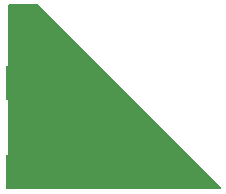
<source format=gbl>
G04 #@! TF.GenerationSoftware,KiCad,Pcbnew,5.0.2-bee76a0~70~ubuntu16.04.1*
G04 #@! TF.CreationDate,2019-02-25T14:33:45-05:00*
G04 #@! TF.ProjectId,ant1,616e7431-2e6b-4696-9361-645f70636258,rev?*
G04 #@! TF.SameCoordinates,Original*
G04 #@! TF.FileFunction,Copper,L2,Bot*
G04 #@! TF.FilePolarity,Positive*
%FSLAX46Y46*%
G04 Gerber Fmt 4.6, Leading zero omitted, Abs format (unit mm)*
G04 Created by KiCad (PCBNEW 5.0.2-bee76a0~70~ubuntu16.04.1) date Mon 25 Feb 2019 02:33:45 PM EST*
%MOMM*%
%LPD*%
G01*
G04 APERTURE LIST*
G04 #@! TA.AperFunction,SMDPad,CuDef*
%ADD10R,5.000000X3.000000*%
G04 #@! TD*
G04 #@! TA.AperFunction,ViaPad*
%ADD11C,0.685800*%
G04 #@! TD*
G04 #@! TA.AperFunction,Conductor*
%ADD12C,0.152400*%
G04 #@! TD*
G04 APERTURE END LIST*
D10*
G04 #@! TO.P,J1,3*
G04 #@! TO.N,GND*
X163000000Y-71400000D03*
G04 #@! TO.P,J1,4*
X163000000Y-78900000D03*
G04 #@! TD*
D11*
G04 #@! TO.N,GND*
X164211000Y-78740000D03*
X162560000Y-78740000D03*
X164592000Y-72136000D03*
X162941000Y-72136000D03*
X164592000Y-70866000D03*
X162941000Y-70866000D03*
X161417000Y-72517000D03*
X161417000Y-71628000D03*
X161417000Y-70739000D03*
X169418000Y-75819000D03*
X161163000Y-77851000D03*
X161163000Y-78867000D03*
X161163000Y-79883000D03*
X162179000Y-79883000D03*
X163195000Y-79883000D03*
X164211000Y-79883000D03*
X165227000Y-79883000D03*
X171450000Y-73660000D03*
X172085000Y-74295000D03*
X172720000Y-74930000D03*
X173355000Y-75565000D03*
X174117000Y-76327000D03*
X174879000Y-77089000D03*
X175641000Y-77851000D03*
X176403000Y-78613000D03*
X177165000Y-79375000D03*
X176403000Y-79883000D03*
X175387000Y-79883000D03*
X174371000Y-79883000D03*
X173355000Y-79883000D03*
X172339000Y-79883000D03*
X171323000Y-79883000D03*
X170307000Y-79883000D03*
X169291000Y-79883000D03*
X168275000Y-79883000D03*
X167259000Y-79883000D03*
X166243000Y-79883000D03*
X161417000Y-65405000D03*
X162433000Y-65405000D03*
X163322000Y-65659000D03*
X164084000Y-66294000D03*
X164719000Y-67056000D03*
X165481000Y-67818000D03*
X166243000Y-68580000D03*
X167005000Y-69342000D03*
X167767000Y-70104000D03*
X168529000Y-70866000D03*
X169291000Y-71628000D03*
X169672000Y-72390000D03*
X169037000Y-73152000D03*
X168275000Y-73787000D03*
X167386000Y-74041000D03*
X166497000Y-74041000D03*
X170815000Y-74422000D03*
X170180000Y-75184000D03*
X168529000Y-76200000D03*
X167513000Y-76200000D03*
X166497000Y-76200000D03*
X161671000Y-77089000D03*
X162560000Y-77089000D03*
X163449000Y-77089000D03*
X164338000Y-77089000D03*
X165354000Y-77089000D03*
X166370000Y-77089000D03*
X161417000Y-66294000D03*
X161417000Y-67183000D03*
X161417000Y-68072000D03*
X161417000Y-68961000D03*
X161417000Y-69850000D03*
X161925000Y-73279000D03*
X162814000Y-73279000D03*
X163703000Y-73279000D03*
X164592000Y-73279000D03*
X165481000Y-73279000D03*
X166370000Y-73152000D03*
X162941000Y-67564000D03*
X162941000Y-69215000D03*
X164465000Y-69215000D03*
X166243000Y-70866000D03*
X166243000Y-72136000D03*
X167767000Y-72136000D03*
X165989000Y-78740000D03*
X167894000Y-77851000D03*
X169545000Y-77597000D03*
X171323000Y-76327000D03*
X172847000Y-77470000D03*
X174244000Y-78740000D03*
X171323000Y-78486000D03*
G04 #@! TD*
D12*
G04 #@! TO.N,GND*
G36*
X178688636Y-80296400D02*
X160803600Y-80296400D01*
X160803600Y-64803600D01*
X163195836Y-64803600D01*
X178688636Y-80296400D01*
X178688636Y-80296400D01*
G37*
X178688636Y-80296400D02*
X160803600Y-80296400D01*
X160803600Y-64803600D01*
X163195836Y-64803600D01*
X178688636Y-80296400D01*
G04 #@! TD*
M02*

</source>
